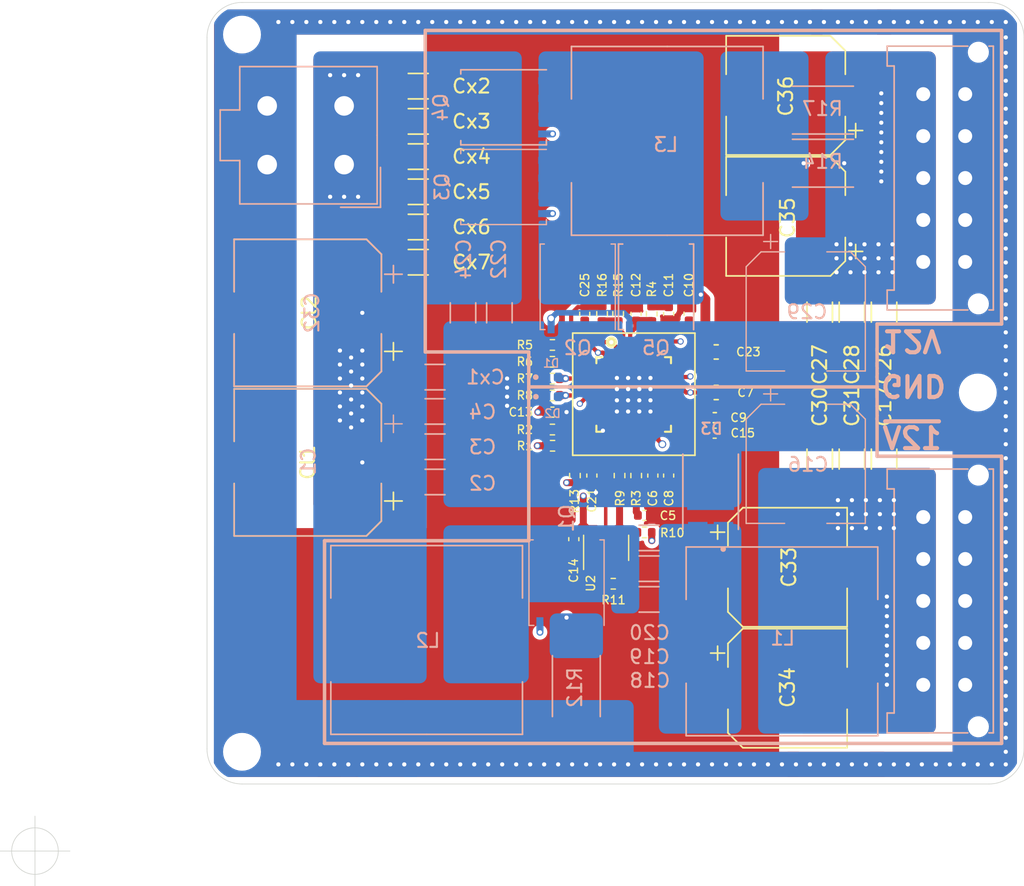
<source format=kicad_pcb>
(kicad_pcb (version 20211014) (generator pcbnew)
  (layers (0 "F.Cu" signal) (1 "In1.Cu" signal) (2 "In2.Cu" mixed) (31 "B.Cu" mixed) (34 "B.Paste" user) (35 "F.Paste" user) (36 "B.SilkS" user "B.Silkscreen") (37 "F.SilkS" user "F.Silkscreen") (38 "B.Mask" user) (39 "F.Mask" user) (44 "Edge.Cuts" user))
  (net 0 "")
  (net 1 "GND")
  (net 2 "VIN")
  (net 3 "Net-(C5-Pad2)")
  (net 4 "Net-(C6-Pad2)")
  (net 5 "Net-(C8-Pad2)")
  (net 6 "Net-(C9-Pad2)")
  (net 7 "Net-(C10-Pad1)")
  (net 8 "Net-(C11-Pad1)")
  (net 9 "Net-(C12-Pad1)")
  (net 10 "INTVcc")
  (net 11 "Net-(C15-Pad2)")
  (net 12 "Vout2(-12V)")
  (net 13 "Net-(C18-Pad2)")
  (net 14 "Net-(C18-Pad1)")
  (net 15 "Net-(C21-Pad2)")
  (net 16 "Net-(C23-Pad2)")
  (net 17 "Net-(C23-Pad1)")
  (net 18 "Vout1(12V)")
  (net 19 "Net-(C25-Pad1)")
  (net 20 "Net-(D1-Pad2)")
  (net 21 "Net-(D2-Pad2)")
  (net 22 "Net-(Q1-Pad4)")
  (net 23 "Net-(Q1-Pad1)")
  (net 24 "Net-(Q2-Pad4)")
  (net 25 "Net-(Q3-Pad4)")
  (net 26 "RUN")
  (net 27 "Net-(R5-Pad1)")
  (net 28 "Net-(R6-Pad1)")
  (net 29 "Net-(R10-Pad1)")
  (net 30 "Net-(R9-Pad1)")
  (net 31 "Net-(R11-Pad1)")
  (net 32 "Net-(R15-Pad2)")
  (footprint "lib:QFN-32_UH" (layer "F.Cu") (at 142.8 87.34)
    (fp_text reference "U1")
    (fp_text value "LTC3892EUHPBF")
  )
  (footprint "Capacitor_SMD:C_0402_1005Metric" (layer "F.Cu") (at 143.58 95.99 180)
    (fp_text reference "C5")
    (fp_text value "6.8nF")
  )
  (footprint "Capacitor_SMD:C_0402_1005Metric" (layer "F.Cu") (at 144.17 93.14 90)
    (fp_text reference "C6")
    (fp_text value "47pF")
  )
  (footprint "Capacitor_SMD:C_0603_1608Metric" (layer "F.Cu") (at 148.7 87.2)
    (fp_text reference "C7")
    (fp_text value "0.1uF")
  )
  (footprint "Capacitor_SMD:C_0402_1005Metric" (layer "F.Cu") (at 145.3 93.14 90)
    (fp_text reference "C8")
    (fp_text value "0.1uF")
  )
  (footprint "Capacitor_SMD:C_0402_1005Metric" (layer "F.Cu") (at 148.6 89 180)
    (fp_text reference "C9")
    (fp_text value "4.7uF")
  )
  (footprint "Capacitor_SMD:C_0402_1005Metric" (layer "F.Cu") (at 146.76 81.56 90)
    (fp_text reference "C10")
    (fp_text value "0.1uF")
  )
  (footprint "Capacitor_SMD:C_0402_1005Metric" (layer "F.Cu") (at 145.3 81.58 -90)
    (fp_text reference "C11")
    (fp_text value "6.8nF")
  )
  (footprint "Capacitor_SMD:C_0402_1005Metric" (layer "F.Cu") (at 142.97 81.57 90)
    (fp_text reference "C12")
    (fp_text value "47pF")
  )
  (footprint "Capacitor_SMD:C_0402_1005Metric" (layer "F.Cu") (at 136.99 88.603332)
    (fp_text reference "C13")
    (fp_text value "0.1uF")
  )
  (footprint "Capacitor_SMD:C_0402_1005Metric" (layer "F.Cu") (at 138.52 97.69 -90)
    (fp_text reference "C14")
    (fp_text value "10nF")
  )
  (footprint "Capacitor_SMD:C_0402_1005Metric" (layer "F.Cu") (at 148.59 90.11 180)
    (fp_text reference "C15")
    (fp_text value "0.1uF")
  )
  (footprint "Capacitor_SMD:C_1206_3216Metric" (layer "F.Cu") (at 160.699999 91.9625 -90)
    (fp_text reference "C17")
    (fp_text value "10uF")
  )
  (footprint "Capacitor_SMD:C_0402_1005Metric" (layer "F.Cu") (at 139.81 93.14 90)
    (fp_text reference "C21")
    (fp_text value "220pF")
  )
  (footprint "Capacitor_SMD:C_0603_1608Metric" (layer "F.Cu") (at 148.7 84.3)
    (fp_text reference "C23")
    (fp_text value "0.1uF")
  )
  (footprint "Capacitor_SMD:C_0402_1005Metric" (layer "F.Cu") (at 139.3 81.57 90)
    (fp_text reference "C25")
    (fp_text value "220pF")
  )
  (footprint "Capacitor_SMD:C_1206_3216Metric" (layer "F.Cu") (at 160.7 81.4525 90)
    (fp_text reference "C26")
    (fp_text value "10uF")
  )
  (footprint "Capacitor_SMD:C_1206_3216Metric" (layer "F.Cu") (at 156.1 81.4525 90)
    (fp_text reference "C27")
    (fp_text value "10uF")
  )
  (footprint "Capacitor_SMD:C_1206_3216Metric" (layer "F.Cu") (at 158.4 81.4525 90)
    (fp_text reference "C28")
    (fp_text value "10uF")
  )
  (footprint "Resistor_SMD:R_0402_1005Metric" (layer "F.Cu") (at 137 91.01 180)
    (fp_text reference "R1")
    (fp_text value "1M")
  )
  (footprint "Resistor_SMD:R_0402_1005Metric" (layer "F.Cu") (at 136.99 89.85)
    (fp_text reference "R2")
    (fp_text value "237K")
  )
  (footprint "Resistor_SMD:R_0402_1005Metric" (layer "F.Cu") (at 142.98 93.14 90)
    (fp_text reference "R3")
    (fp_text value "10K")
  )
  (footprint "Resistor_SMD:R_0402_1005Metric" (layer "F.Cu") (at 144.09 81.57 90)
    (fp_text reference "R4")
    (fp_text value "10K")
  )
  (footprint "Resistor_SMD:R_0402_1005Metric" (layer "F.Cu") (at 136.99 83.8 180)
    (fp_text reference "R5")
    (fp_text value "31.6K")
  )
  (footprint "Resistor_SMD:R_0402_1005Metric" (layer "F.Cu") (at 136.99 85.003333 180)
    (fp_text reference "R6")
    (fp_text value "100K")
  )
  (footprint "Resistor_SMD:R_0402_1005Metric" (layer "F.Cu") (at 136.99 86.206666)
    (fp_text reference "R7")
    (fp_text value "10K")
  )
  (footprint "Resistor_SMD:R_0402_1005Metric" (layer "F.Cu") (at 136.99 87.409999)
    (fp_text reference "R8")
    (fp_text value "20K")
  )
  (footprint "Resistor_SMD:R_0402_1005Metric" (layer "F.Cu") (at 141.79 93.14 -90)
    (fp_text reference "R9")
    (fp_text value "5.11K")
  )
  (footprint "Resistor_SMD:R_0402_1005Metric" (layer "F.Cu") (at 143.58 97.21)
    (fp_text reference "R10")
    (fp_text value "76.8K")
  )
  (footprint "Resistor_SMD:R_0402_1005Metric" (layer "F.Cu") (at 141.34 100.879999 180)
    (fp_text reference "R11")
    (fp_text value "4.75K")
  )
  (footprint "Resistor_SMD:R_0402_1005Metric" (layer "F.Cu") (at 138.6 93.14 90)
    (fp_text reference "R13")
    (fp_text value "150R")
  )
  (footprint "Resistor_SMD:R_0402_1005Metric" (layer "F.Cu") (at 141.69 81.57 -90)
    (fp_text reference "R15")
    (fp_text value "7.15K")
  )
  (footprint "Resistor_SMD:R_0402_1005Metric" (layer "F.Cu") (at 140.54 81.57 90)
    (fp_text reference "R16")
    (fp_text value "100K")
  )
  (footprint "Package_TO_SOT_SMD:SOT-23-5" (layer "F.Cu") (at 140.83 98.309999 90)
    (fp_text reference "U2")
    (fp_text value "LT1797")
  )
  (footprint "Capacitor_SMD:C_1206_3216Metric" (layer "F.Cu") (at 156.1 91.9625 -90)
    (fp_text reference "C30")
    (fp_text value "10uF")
  )
  (footprint "Capacitor_SMD:C_1206_3216Metric" (layer "F.Cu") (at 158.4 91.9625 -90)
    (fp_text reference "C31")
    (fp_text value "10uF")
  )
  (footprint "Capacitor_SMD:C_1206_3216Metric" (layer "F.Cu") (at 127.4 65.288888 180)
    (fp_text reference "Cx2")
    (fp_text value "2.2uF")
  )
  (footprint "MountingHole:MountingHole_2.2mm_M2" (layer "F.Cu") (at 114.8 112.9)
    (fp_text reference "H1" hide)
    (fp_text value "MountingHole")
  )
  (footprint "MountingHole:MountingHole_2.2mm_M2" (layer "F.Cu") (at 114.8 61.6)
    (fp_text reference "H2" hide)
    (fp_text value "MountingHole")
  )
  (footprint "MountingHole:MountingHole_2.2mm_M2" (layer "F.Cu") (at 167.4 87.2)
    (fp_text reference "H3" hide)
    (fp_text value "MountingHole")
  )
  (footprint "Capacitor_SMD:CP_Elec_10x10" (layer "F.Cu") (at 119.5 92.2 180)
    (fp_text reference "Cl1")
    (fp_text value "100uF")
  )
  (footprint "Capacitor_SMD:CP_Elec_10x10" (layer "F.Cu") (at 119.5 81.5 180)
    (fp_text reference "Cl2")
    (fp_text value "100uF")
  )
  (footprint "Capacitor_SMD:C_1206_3216Metric" (layer "F.Cu") (at 127.4 67.807332 180)
    (fp_text reference "Cx3")
    (fp_text value "2.2uF")
  )
  (footprint "Capacitor_SMD:C_1206_3216Metric" (layer "F.Cu") (at 127.4 70.325776 180)
    (fp_text reference "Cx4")
    (fp_text value "4.7uF")
  )
  (footprint "Capacitor_SMD:C_1206_3216Metric" (layer "F.Cu") (at 127.4 72.84422 180)
    (fp_text reference "Cx5")
    (fp_text value "4.7uF")
  )
  (footprint "Capacitor_SMD:C_1206_3216Metric" (layer "F.Cu") (at 127.4 75.362664 180)
    (fp_text reference "Cx6")
    (fp_text value "10uF")
  )
  (footprint "Capacitor_SMD:C_1206_3216Metric" (layer "F.Cu") (at 127.4 77.88111 180)
    (fp_text reference "Cx7")
    (fp_text value "10uF")
  )
  (footprint "Capacitor_SMD:CP_Elec_8x10" (layer "F.Cu") (at 153.8 99.7)
    (fp_text reference "C33")
    (fp_text value "OPT")
  )
  (footprint "Capacitor_SMD:CP_Elec_8x10" (layer "F.Cu") (at 153.8 108.35)
    (fp_text reference "C34")
    (fp_text value "OPT")
  )
  (footprint "Capacitor_SMD:CP_Elec_8x10" (layer "F.Cu") (at 153.67 74.6 180)
    (fp_text reference "C35")
    (fp_text value "OPT")
  )
  (footprint "Capacitor_SMD:CP_Elec_8x10" (layer "F.Cu") (at 153.669999 65.95 180)
    (fp_text reference "C36")
    (fp_text value "OPT")
  )
  (footprint "Capacitor_SMD:CP_Elec_10x10" (layer "B.Cu") (at 119.5 92.2 180)
    (fp_text reference "C1")
    (fp_text value "47uF")
  )
  (footprint "Capacitor_SMD:C_1206_3216Metric" (layer "B.Cu") (at 128.6 93.6)
    (fp_text reference "C2")
    (fp_text value "2.2uF")
  )
  (footprint "Capacitor_SMD:C_1206_3216Metric" (layer "B.Cu") (at 128.6 91.077778)
    (fp_text reference "C3")
    (fp_text value "2.2uF")
  )
  (footprint "Capacitor_SMD:C_1206_3216Metric" (layer "B.Cu") (at 128.6 88.555556)
    (fp_text reference "C4")
    (fp_text value "2.2uF")
  )
  (footprint "Capacitor_SMD:CP_Elec_8x10" (layer "B.Cu") (at 155.1 92.3 -90)
    (fp_text reference "C16")
    (fp_text value "150uF")
  )
  (footprint "Capacitor_SMD:C_1206_3216Metric" (layer "B.Cu") (at 143.9 97.6 180)
    (fp_text reference "C18")
    (fp_text value "10uF")
  )
  (footprint "Capacitor_SMD:C_1206_3216Metric" (layer "B.Cu") (at 143.9 102 180)
    (fp_text reference "C19")
    (fp_text value "10uF")
  )
  (footprint "Capacitor_SMD:C_1206_3216Metric" (layer "B.Cu") (at 143.9 99.8 180)
    (fp_text reference "C20")
    (fp_text value "10uF")
  )
  (footprint "Capacitor_SMD:C_1206_3216Metric" (layer "B.Cu") (at 133.2 81.5 -90)
    (fp_text reference "C22")
    (fp_text value "10uF")
  )
  (footprint "Capacitor_SMD:C_1206_3216Metric" (layer "B.Cu") (at 130.6 81.5 -90)
    (fp_text reference "C24")
    (fp_text value "10uF")
  )
  (footprint "LED_SMD:LED_0402_1005Metric" (layer "B.Cu") (at 136.9 86.1)
    (fp_text reference "D1")
    (fp_text value "LED")
  )
  (footprint "LED_SMD:LED_0402_1005Metric" (layer "B.Cu") (at 136.9 87.5)
    (fp_text reference "D2")
    (fp_text value "LED")
  )
  (footprint "lib:DIO_PDS360-13" (layer "B.Cu") (at 148.3 94.3 180)
    (fp_text reference "D3")
    (fp_text value "SBR8U60P5-13")
  )
  (footprint "Inductor_SMD:L_Wuerth_HCM-1350" (layer "B.Cu") (at 153.4 105 180)
    (fp_text reference "L1")
    (fp_text value "6.8uH")
  )
  (footprint "Inductor_SMD:L_Wuerth_HCM-1350" (layer "B.Cu") (at 128 104.9)
    (fp_text reference "L2")
    (fp_text value "6.8uH")
  )
  (footprint "Inductor_SMD:L_Wuerth_HCM-1350" (layer "B.Cu") (at 145.2 69.2)
    (fp_text reference "L3")
    (fp_text value "6.8uH")
  )
  (footprint "Package_TO_SOT_SMD:TDSON-8-1" (layer "B.Cu") (at 138 100.8 90)
    (fp_text reference "Q1")
    (fp_text value "BSC026N08NS5")
  )
  (footprint "Package_TO_SOT_SMD:TDSON-8-1" (layer "B.Cu") (at 138.8 79.64 90)
    (fp_text reference "Q2")
    (fp_text value "BSC026N08NS5")
  )
  (footprint "Package_TO_SOT_SMD:TDSON-8-1" (layer "B.Cu") (at 133.5 72.5 180)
    (fp_text reference "Q3")
    (fp_text value "BSC117N08NS5")
  )
  (footprint "Resistor_SMD:R_2512_6332Metric" (layer "B.Cu") (at 138.7 108.2 -90)
    (fp_text reference "R12")
    (fp_text value "5m")
  )
  (footprint "Resistor_SMD:R_2512_6332Metric" (layer "B.Cu") (at 156.33 70.8 180)
    (fp_text reference "R14")
    (fp_text value "8m")
  )
  (footprint "Capacitor_SMD:CP_Elec_8x10" (layer "B.Cu") (at 155.1 81.4 -90)
    (fp_text reference "C29")
    (fp_text value "150uF")
  )
  (footprint "Capacitor_SMD:CP_Elec_10x10" (layer "B.Cu") (at 119.5 81.5 180)
    (fp_text reference "C32")
    (fp_text value "47uF")
  )
  (footprint "Package_TO_SOT_SMD:TDSON-8-1" (layer "B.Cu") (at 133.5 66.8 180)
    (fp_text reference "Q4")
    (fp_text value "BSC117N08NS5")
  )
  (footprint "Package_TO_SOT_SMD:TDSON-8-1" (layer "B.Cu") (at 144.4 79.64 90)
    (fp_text reference "Q5")
    (fp_text value "BSC026N08NS5")
  )
  (footprint "Resistor_SMD:R_2512_6332Metric" (layer "B.Cu") (at 156.33 67 180)
    (fp_text reference "R17")
    (fp_text value "8m")
  )
  (footprint "Connector_Molex:Molex_Micro-Fit_3.0_43045-1012_2x05_P3.00mm_Vertical" (layer "B.Cu") (at 163.5 65.86 -90)
    (fp_text reference "J1" hide)
    (fp_text value "Conn_02x05_Top_Bottom")
  )
  (footprint "Connector_Molex:Molex_Micro-Fit_3.0_43045-1012_2x05_P3.00mm_Vertical" (layer "B.Cu") (at 163.5 96.11 -90)
    (fp_text reference "J2" hide)
    (fp_text value "Conn_02x05_Top_Bottom")
  )
  (footprint "Connector_Molex:Molex_Mini-Fit_Jr_5566-04A_2x02_P4.20mm_Vertical" (layer "B.Cu") (at 122.1 70.9 90)
    (fp_text reference "J3" hide)
    (fp_text value "Conn_01x02")
  )
  (footprint "Capacitor_SMD:C_1206_3216Metric" (layer "B.Cu") (at 128.6 86.1 180)
    (fp_text reference "Cx1")
    (fp_text value "4.7uF")
  )
  (gr_line (start 135.3 97.8) (end 135.3 86.8) (layer "B.SilkS") (width 0.25))
  (gr_line (start 160.2 91.76) (end 160.2 86.8) (layer "B.SilkS") (width 0.25))
  (gr_line (start 160.2 91.76) (end 169.1 91.76) (layer "B.SilkS") (width 0.25))
  (gr_circle (center 135.81 87.5) (end 135.91 87.6) (layer "B.SilkS") (width 0.12) (fill none))
  (gr_line (start 169.1 91.76) (end 169.1 112.3) (layer "B.SilkS") (width 0.25))
  (gr_line (start 160.2 82.3) (end 169.1 82.3) (layer "B.SilkS") (width 0.25))
  (gr_line (start 169.1 112.3) (end 120.7 112.3) (layer "B.SilkS") (width 0.25))
  (gr_line (start 135.3 86.8) (end 160.2 86.8) (layer "B.SilkS") (width 0.25))
  (gr_line (start 120.7 97.8) (end 135.3 97.8) (layer "B.SilkS") (width 0.25))
  (gr_line (start 127.9 84.3) (end 135.3 84.3) (layer "B.SilkS") (width 0.25))
  (gr_line (start 160.2 86.8) (end 160.2 82.3) (layer "B.SilkS") (width 0.25))
  (gr_line (start 127.9 61.3) (end 127.9 84.3) (layer "B.SilkS") (width 0.25))
  (gr_line (start 169.1 61.3) (end 127.9 61.3) (layer "B.SilkS") (width 0.25))
  (gr_line (start 135.3 84.3) (end 135.3 86.8) (layer "B.SilkS") (width 0.25))
  (gr_line (start 169.1 82.3) (end 169.1 61.3) (layer "B.SilkS") (width 0.25))
  (gr_line (start 120.7 112.3) (end 120.7 97.8) (layer "B.SilkS") (width 0.25))
  (gr_circle (center 135.8 86.1) (end 135.9 86.2) (layer "B.SilkS") (width 0.12) (fill none))
  (gr_line (start 147.18 91.69) (end 147.18 82.95) (layer "F.SilkS") (width 0.12))
  (gr_line (start 147.18 91.69) (end 138.44 91.69) (layer "F.SilkS") (width 0.12))
  (gr_line (start 138.44 82.95) (end 138.44 91.69) (layer "F.SilkS") (width 0.12))
  (gr_line (start 138.44 82.95) (end 147.18 82.95) (layer "F.SilkS") (width 0.12))
  (gr_circle (center 141.2 83.6) (end 141.4 83.6) (layer "F.SilkS") (width 0.4) (fill none))
  (gr_line (start 112.3 112.7) (end 112.3 61.8) (layer "Edge.Cuts") (width 0.05))
  (gr_arc (start 112.3 61.8) (mid 113.032233 60.032233) (end 114.8 59.3) (layer "Edge.Cuts") (width 0.05))
  (gr_arc (start 168.2 59.3) (mid 169.967767 60.032233) (end 170.7 61.8) (layer "Edge.Cuts") (width 0.05))
  (gr_arc (start 170.7 112.7) (mid 169.967767 114.467767) (end 168.2 115.2) (layer "Edge.Cuts") (width 0.05))
  (gr_arc (start 114.8 115.2) (mid 113.032233 114.467767) (end 112.3 112.7) (layer "Edge.Cuts") (width 0.05))
  (gr_line (start 114.8 59.3) (end 168.2 59.3) (layer "Edge.Cuts") (width 0.05))
  (gr_line (start 168.2 115.2) (end 114.8 115.2) (layer "Edge.Cuts") (width 0.05))
  (gr_line (start 170.7 61.8) (end 170.7 112.7) (layer "Edge.Cuts") (width 0.05))
  (gr_text "12V" (at 162.7 83.5 180) (layer "B.SilkS") (effects (font (size 1.5 1.5) (thickness 0.3)) (justify mirror)))
  (gr_text "~{12V}" (at 162.699999 90.5) (layer "B.SilkS") (effects (font (size 1.5 1.5) (thickness 0.3)) (justify mirror)))
  (gr_text "GND\n" (at 162.8 86.7 180) (layer "B.SilkS") (effects (font (size 1.5 1.5) (thickness 0.3)) (justify mirror)))
  (target plus (at 100 120) (size 5) (width 0.05) (layer "Edge.Cuts"))
  (segment (start 143.919411 86.349411) (end 144.66 87.09) (width 0.3) (layer "F.Cu") (net 1))
  (segment (start 143.919411 87.830589) (end 144.66 87.09) (width 0.3) (layer "F.Cu") (net 1))
  (segment (start 143.04 89.2) (end 142.651091 88.811091) (width 0.3) (layer "F.Cu") (net 1))
  (segment (start 143.458909 88.821091) (end 143.07 89.21) (width 0.3) (layer "F.Cu") (net 1))
  (segment (start 143.15 88.82) (end 143.538909 89.208909) (width 0.3) (layer "F.Cu") (net 1))
  (segment (start 143.54 89.21) (end 143.928909 88.821091) (width 0.3) (layer "F.Cu") (net 1))
  (segment (start 143.58 89.09) (end 143.03 89.09) (width 0.3) (layer "F.Cu") (net 1))
  (segment (start 140.1 94.35) (end 140.1 93.91) (width 0.5) (layer "F.Cu") (net 1))
  (segment (start 143.05 89.7924) (end 143.05 88.71) (width 0.3) (layer "F.Cu") (net 1))
  (segment (start 140.6 89.93) (end 140.9124 89.93) (width 0.5) (layer "F.Cu") (net 1))
  (segment (start 140.1 93.91) (end 139.81 93.62) (width 0.5) (layer "F.Cu") (net 1))
  (segment (start 145.3 82.06) (end 145.58 82.06) (width 0.3) (layer "F.Cu") (net 1))
  (segment (start 146.56 81.08) (end 146.76 81.08) (width 0.3) (layer "F.Cu") (net 1))
  (segment (start 137.473332 88.6) (end 138 88.6) (width 0.5) (layer "F.Cu") (net 1))
  (segment (start 143.55 89.7924) (end 143.55 88.09) (width 0.3) (layer "F.Cu") (net 1))
  (segment (start 143.05 87.09) (end 142.8 87.34) (width 0.3) (layer "F.Cu") (net 1))
  (segment (start 141.05 89.93) (end 141.05 89.7924) (width 0.3) (layer "F.Cu") (net 1))
  (segment (start 145.35 89.09) (end 145.2524 89.09) (width 0.3) (layer "F.Cu") (net 1))
  (segment (start 143.05 88.71) (end 143.2 88.56) (width 0.3) (layer "F.Cu") (net 1))
  (segment (start 140.9124 89.93) (end 140.95048 89.89192) (width 0.5) (layer "F.Cu") (net 1))
  (segment (start 137.473332 88.6) (end 137.47 88.603332) (width 0.3) (layer "F.Cu") (net 1))
  (segment (start 145.2524 87.09) (end 143.05 87.09) (width 0.3) (layer "F.Cu") (net 1))
  (segment (start 143.55 88.09) (end 142.8 87.34) (width 0.3) (layer "F.Cu") (net 1))
  (segment (start 145.58 82.06) (end 146.56 81.08) (width 0.3) (layer "F.Cu") (net 1))
  (via (at 142.4 86.16) (size 0.5) (drill 0.3) (layers "F.Cu" "B.Cu") (net 1))
  (via (at 143.2 86.16) (size 0.5) (drill 0.3) (layers "F.Cu" "B.Cu") (net 1))
  (via (at 144 86.16) (size 0.5) (drill 0.3) (layers "F.Cu" "B.Cu") (net 1))
  (via (at 141.6 86.96) (size 0.5) (drill 0.3) (layers "F.Cu" "B.Cu") (net 1))
  (via (at 142.4 86.96) (size 0.5) (drill 0.3) (layers "F.Cu" "B.Cu") (net 1))
  (via (at 143.2 86.96) (size 0.5) (drill 0.3) (layers "F.Cu" "B.Cu") (net 1))
  (via (at 144 86.96) (size 0.5) (drill 0.3) (layers "F.Cu" "B.Cu") (net 1))
  (via (at 141.6 87.76) (size 0.5) (drill 0.3) (layers "F.Cu" "B.Cu") (net 1))
  (via (at 142.4 87.76) (size 0.5) (drill 0.3) (layers "F.Cu" "B.Cu") (net 1))
  (via (at 143.2 87.76) (size 0.5) (drill 0.3) (layers "F.Cu" "B.Cu") (net 1))
  (via (at 144 87.76) (size 0.5) (drill 0.3) (layers "F.Cu" "B.Cu") (net 1))
  (via (at 141.6 88.56) (size 0.5) (drill 0.3) (layers "F.Cu" "B.Cu") (net 1))
  (via (at 142.4 88.56) (size 0.5) (drill 0.3) (layers "F.Cu" "B.Cu") (net 1))
  (via (at 143.2 88.56) (size 0.5) (drill 0.3) (layers "F.Cu" "B.Cu") (net 1))
  (via (at 144 88.56) (size 0.5) (drill 0.3) (layers "F.Cu" "B.Cu") (net 1))
  (via (at 169.4 61.8) (size 0.45) (drill 0.3) (layers "F.Cu" "B.Cu") (net 1))
  (via (at 167.4 60.7) (size 0.45) (drill 0.3) (layers "F.Cu" "B.Cu") (net 1))
  (via (at 169.4 60.7) (size 0.45) (drill 0.3) (layers "F.Cu" "B.Cu") (net 1))
  (via (at 168.4 60.7) (size 0.45) (drill 0.3) (layers "F.Cu" "B.Cu") (net 1))
  (via (at 165.4 60.7) (size 0.45) (drill 0.3) (layers "F.Cu" "B.Cu") (net 1))
  (via (at 166.4 60.7) (size 0.45) (drill 0.3) (layers "F.Cu" "B.Cu") (net 1))
  (via (at 165.4 113.8) (size 0.45) (drill 0.3) (layers "F.Cu" "B.Cu") (net 1))
  (via (at 166.4 113.8) (size 0.45) (drill 0.3) (layers "F.Cu" "B.Cu") (net 1))
  (via (at 169.4 113.8) (size 0.45) (drill 0.3) (layers "F.Cu" "B.Cu") (net 1))
  (via (at 167.4 113.8) (size 0.45) (drill 0.3) (layers "F.Cu" "B.Cu") (net 1))
  (via (at 168.4 113.8) (size 0.45) (drill 0.3) (layers "F.Cu" "B.Cu") (net 1))
  (via (at 117.4 60.7) (size 0.45) (drill 0.3) (layers "F.Cu" "B.Cu") (net 1))
  (via (at 118.4 60.7) (size 0.45) (drill 0.3) (layers "F.Cu" "B.Cu") (net 1))
  (via (at 119.4 60.7) (size 0.45) (drill 0.3) (layers "F.Cu" "B.Cu") (net 1))
  (via (at 120.4 60.7) (size 0.45) (drill 0.3) (layers "F.Cu" "B.Cu") (net 1))
  (via (at 121.4 60.7) (size 0.45) (drill 0.3) (layers "F.Cu" "B.Cu") (net 1))
  (via (at 122.4 60.7) (size 0.45) (drill 0.3) (layers "F.Cu" "B.Cu") (net 1))
  (via (at 123.4 60.7) (size 0.45) (drill 0.3) (layers "F.Cu" "B.Cu") (net 1))
  (via (at 124.4 60.7) (size 0.45) (drill 0.3) (layers "F.Cu" "B.Cu") (net 1))
  (via (at 125.4 60.7) (size 0.45) (drill 0.3) (layers "F.Cu" "B.Cu") (net 1))
  (via (at 126.4 60.7) (size 0.45) (drill 0.3) (layers "F.Cu" "B.Cu") (net 1))
  (via (at 127.4 60.7) (size 0.45) (drill 0.3) (layers "F.Cu" "B.Cu") (net 1))
  (via (at 128.4 60.7) (size 0.45) (drill 0.3) (layers "F.Cu" "B.Cu") (net 1))
  (via (at 129.4 60.7) (size 0.45) (drill 0.3) (layers "F.Cu" "B.Cu") (net 1))
  (via (at 130.4 60.7) (size 0.45) (drill 0.3) (layers "F.Cu" "B.Cu") (net 1))
  (via (at 131.4 60.7) (size 0.45) (drill 0.3) (layers "F.Cu" "B.Cu") (net 1))
  (via (at 132.4 60.7) (size 0.45) (drill 0.3) (layers "F.Cu" "B.Cu") (net 1))
  (via (at 133.4 60.7) (size 0.45) (drill 0.3) (layers "F.Cu" "B.Cu") (net 1))
  (via (at 134.4 60.7) (size 0.45) (drill 0.3) (layers "F.Cu" "B.Cu") (net 1))
  (via (at 135.4 60.7) (size 0.45) (drill 0.3) (layers "F.Cu" "B.Cu") (net 1))
  (via (at 136.4 60.7) (size 0.45) (drill 0.3) (layers "F.Cu" "B.Cu") (net 1))
  (via (at 137.4 60.7) (size 0.45) (drill 0.3) (layers "F.Cu" "B.Cu") (net 1))
  (via (at 138.4 60.7) (size 0.45) (drill 0.3) (layers "F.Cu" "B.Cu") (net 1))
  (via (at 139.4 60.7) (size 0.45) (drill 0.3) (layers "F.Cu" "B.Cu") (net 1))
  (via (at 140.4 60.7) (size 0.45) (drill 0.3) (layers "F.Cu" "B.Cu") (net 1))
  (via (at 141.4 60.7) (size 0.45) (drill 0.3) (layers "F.Cu" "B.Cu") (net 1))
  (via (at 142.4 60.7) (size 0.45) (drill 0.3) (layers "F.Cu" "B.Cu") (net 1))
  (via (at 143.4 60.7) (size 0.45) (drill 0.3) (layers "F.Cu" "B.Cu") (net 1))
  (via (at 144.4 60.7) (size 0.45) (drill 0.3) (layers "F.Cu" "B.Cu") (net 1))
  (via (at 145.4 60.7) (size 0.45) (drill 0.3) (layers "F.Cu" "B.Cu") (net 1))
  (via (at 146.4 60.7) (size 0.45) (drill 0.3) (layers "F.Cu" "B.Cu") (net 1))
  (via (at 147.4 60.7) (size 0.45) (drill 0.3) (layers "F.Cu" "B.Cu") (net 1))
  (via (at 148.4 60.7) (size 0.45) (drill 0.3) (layers "F.Cu" "B.Cu") (net 1))
  (via (at 149.4 60.7) (size 0.45) (drill 0.3) (layers "F.Cu" "B.Cu") (net 1))
  (via (at 150.4 60.7) (size 0.45) (drill 0.3) (layers "F.Cu" "B.Cu") (net 1))
  (via (at 151.4 60.7) (size 0.45) (drill 0.3) (layers "F.Cu" "B.Cu") (net 1))
  (via (at 152.4 60.7) (size 0.45) (drill 0.3) (layers "F.Cu" "B.Cu") (net 1))
  (via (at 153.4 60.7) (size 0.45) (drill 0.3) (layers "F.Cu" "B.Cu") (net 1))
  (via (at 154.4 60.7) (size 0.45) (drill 0.3) (layers "F.Cu" "B.Cu") (net 1))
  (via (at 155.4 60.7) (size 0.45) (drill 0.3) (layers "F.Cu" "B.Cu") (net 1))
  (via (at 156.4 60.7) (size 0.45) (drill 0.3) (layers "F.Cu" "B.Cu") (net 1))
  (via (at 157.4 60.7) (size 0.45) (drill 0.3) (layers "F.Cu" "B.Cu") (net 1))
  (via (at 158.4 60.7) (size 0.45) (drill 0.3) (layers "F.Cu" "B.Cu") (net 1))
  (via (at 159.4 60.7) (size 0.45) (drill 0.3) (layers "F.Cu" "B.Cu") (net 1))
  (via (at 160.4 60.7) (size 0.45) (drill 0.3) (layers "F.Cu" "B.Cu") (net 1))
  (via (at 161.4 60.7) (size 0.45) (drill 0.3) (layers "F.Cu" "B.Cu") (net 1))
  (via (at 162.4 60.7) (size 0.45) (drill 0.3) (layers "F.Cu" "B.Cu") (net 1))
  (via (at 163.4 60.7) (size 0.45) (drill 0.3) (layers "F.Cu" "B.Cu") (net 1))
  (via (at 164.4 60.7) (size 0.45) (drill 0.3) (layers "F.Cu" "B.Cu") (net 1))
  (via (at 142.4 113.8) (size 0.45) (drill 0.3) (layers "F.Cu" "B.Cu") (net 1))
  (via (at 128.4 113.8) (size 0.45) (drill 0.3) (layers "F.Cu" "B.Cu") (net 1))
  (via (at 144.4 113.8) (size 0.45) (drill 0.3) (layers "F.Cu" "B.Cu") (net 1))
  (via (at 136.4 113.8) (size 0.45) (drill 0.3) (layers "F.Cu" "B.Cu") (net 1))
  (via (at 134.4 113.8) (size 0.45) (drill 0.3) (layers "F.Cu" "B.Cu") (net 1))
  (via (at 152.4 113.8) (size 0.45) (drill 0.3) (layers "F.Cu" "B.Cu") (net 1))
  (via (at 119.4 113.8) (size 0.45) (drill 0.3) (layers "F.Cu" "B.Cu") (net 1))
  (via (at 129.4 113.8) (size 0.45) (drill 0.3) (layers "F.Cu" "B.Cu") (net 1))
  (via (at 124.4 113.8) (size 0.45) (drill 0.3) (layers "F.Cu" "B.Cu") (net 1))
  (via (at 123.4 113.8) (size 0.45) (drill 0.3) (layers "F.Cu" "B.Cu") (net 1))
  (via (at 118.4 113.8) (size 0.45) (drill 0.3) (layers "F.Cu" "B.Cu") (net 1))
  (via (at 125.4 113.8) (size 0.45) (drill 0.3) (layers "F.Cu" "B.Cu") (net 1))
  (via (at 117.4 113.8) (size 0.45) (drill 0.3) (layers "F.Cu" "B.Cu") (net 1))
  (via (at 137.4 113.8) (size 0.45) (drill 0.3) (layers "F.Cu" "B.Cu") (net 1))
  (via (at 138.4 113.8) (size 0.45) (drill 0.3) (layers "F.Cu" "B.Cu") (net 1))
  (via (at 121.4 113.8) (size 0.45) (drill 0.3) (layers "F.Cu" "B.Cu") (net 1))
  (via (at 141.4 113.8) (size 0.45) (drill 0.3) (layers "F.Cu" "B.Cu") (net 1))
  (via (at 143.4 113.8) (size 0.45) (drill 0.3) (layers "F.Cu" "B.Cu") (net 1))
  (via (at 146.4 113.8) (size 0.45) (drill 0.3) (layers "F.Cu" "B.Cu") (net 1))
  (via (at 149.4 113.8) (size 0.45) (drill 0.3) (layers "F.Cu" "B.Cu") (net 1))
  (via (at 120.4 113.8) (size 0.45) (drill 0.3) (layers "F.Cu" "B.Cu") (net 1))
  (via (at 150.4 113.8) (size 0.45) (drill 0.3) (layers "F.Cu" "B.Cu") (net 1))
  (via (at 151.4 113.8) (size 0.45) (drill 0.3) (layers "F.Cu" "B.Cu") (net 1))
  (via (at 154.4 113.8) (size 0.45) (drill 0.3) (layers "F.Cu" "B.Cu") (net 1))
  (via (at 155.4 113.8) (size 0.45) (drill 0.3) (layers "F.Cu" "B.Cu") (net 1))
  (via (at 147.4 113.8) (size 0.45) (drill 0.3) (layers "F.Cu" "B.Cu") (net 1))
  (via (at 158.4 113.8) (size 0.45) (drill 0.3) (layers "F.Cu" "B.Cu") (net 1))
  (via (at 139.4 113.8) (size 0.45) (drill 0.3) (layers "F.Cu" "B.Cu") (net 1))
  (via (at 159.4 113.8) (size 0.45) (drill 0.3) (layers "F.Cu" "B.Cu") (net 1))
  (via (at 132.4 113.8) (size 0.45) (drill 0.3) (layers "F.Cu" "B.Cu") (net 1))
  (via (at 160.4 113.8) (size 0.45) (drill 0.3) (layers "F.Cu" "B.Cu") (net 1))
  (via (at 161.4 113.8) (size 0.45) (drill 0.3) (layers "F.Cu" "B.Cu") (net 1))
  (via (at 145.4 113.8) (size 0.45) (drill 0.3) (layers "F.Cu" "B.Cu") (net 1))
  (via (at 133.4 113.8) (size 0.45) (drill 0.3) (layers "F.Cu" "B.Cu") (net 1))
  (via (at 130.4 113.8) (size 0.45) (drill 0.3) (layers "F.Cu" "B.Cu") (net 1))
  (via (at 148.4 113.8) (size 0.45) (drill 0.3) (layers "F.Cu" "B.Cu") (net 1))
  (via (at 153.4 113.8) (size 0.45) (drill 0.3) (layers "F.Cu" "B.Cu") (net 1))
  (via (at 122.4 113.8) (size 0.45) (drill 0.3) (layers "F.Cu" "B.Cu") (net 1))
  (via (at 126.4 113.8) (size 0.45) (drill 0.3) (layers "F.Cu" "B.Cu") (net 1))
  (via (at 156.4 113.8) (size 0.45) (drill 0.3) (layers "F.Cu" "B.Cu") (net 1))
  (via (at 157.4 113.8) (size 0.45) (drill 0.3) (layers "F.Cu" "B.Cu") (net 1))
  (via (at 127.4 113.8) (size 0.45) (drill 0.3) (layers "F.Cu" "B.Cu") (net 1))
  (via (at 135.4 113.8) (size 0.45) (drill 0.3) (layers "F.Cu" "B.Cu") (net 1))
  (via (at 131.4 113.8) (size 0.45) (drill 0.3) (layers "F.Cu" "B.Cu") (net 1))
  (via (at 140.4 113.8) (size 0.45) (drill 0.3) (layers "F.Cu" "B.Cu") (net 1))
  (via (at 163.4 113.8) (size 0.45) (drill 0.3) (layers "F.Cu" "B.Cu") (net 1))
  (via (at 164.4 113.8) (size 0.45) (drill 0.3) (layers "F.Cu" "B.Cu") (net 1))
  (via (at 162.4 113.8) (size 0.45) (drill 0.3) (layers "F.Cu" "B.Cu") (net 1))
  (via (at 169.4 83.9) (size 0.45) (drill 0.3) (layers "F.Cu" "B.Cu") (net 1))
  (via (at 169.4 72.9) (size 0.45) (drill 0.3) (layers "F.Cu" "B.Cu") (net 1))
  (via (at 169.4 101.9) (size 0.45) (drill 0.3) (layers "F.Cu" "B.Cu") (net 1))
  (via (at 169.4 96.9) (size 0.45) (drill 0.3) (layers "F.Cu" "B.Cu") (net 1))
  (via (at 169.4 86.9) (size 0.45) (drill 0.3) (layers "F.Cu" "B.Cu") (net 1))
  (via (at 169.4 100.9) (size 0.45) (drill 0.3) (layers "F.Cu" "B.Cu") (net 1))
  (via (at 169.4 69.9) (size 0.45) (drill 0.3) (layers "F.Cu" "B.Cu") (net 1))
  (via (at 169.4 91.9) (size 0.45) (drill 0.3) (layers "F.Cu" "B.Cu") (net 1))
  (via (at 169.4 105.9) (size 0.45) (drill 0.3) (layers "F.Cu" "B.Cu") (net 1))
  (via (at 169.4 73.9) (size 0.45) (drill 0.3) (layers "F.Cu" "B.Cu") (net 1))
  (via (at 169.400001 107.9) (size 0.45) (drill 0.3) (layers "F.Cu" "B.Cu") (net 1))
  (via (at 169.4 95.9) (size 0.45) (drill 0.3) (layers "F.Cu" "B.Cu") (net 1))
  (via (at 169.400001 84.9) (size 0.45) (drill 0.3) (layers "F.Cu" "B.Cu") (net 1))
  (via (at 169.400001 103.9) (size 0.45) (drill 0.3) (layers "F.Cu" "B.Cu") (net 1))
  (via (at 169.4 104.9) (size 0.45) (drill 0.3) (layers "F.Cu" "B.Cu") (net 1))
  (via (at 169.4 74.9) (size 0.45) (drill 0.3) (layers "F.Cu" "B.Cu") (net 1))
  (via (at 169.4 108.9) (size 0.45) (drill 0.3) (layers "F.Cu" "B.Cu") (net 1))
  (via (at 169.4 81.9) (size 0.45) (drill 0.3) (layers "F.Cu" "B.Cu") (net 1))
  (via (at 169.4 68.9) (size 0.45) (drill 0.3) (layers "F.Cu" "B.Cu") (net 1))
  (via (at 169.4 88.9) (size 0.45) (drill 0.3) (layers "F.Cu" "B.Cu") (net 1))
  (via (at 169.400001 75.9) (size 0.45) (drill 0.3) (layers "F.Cu" "B.Cu") (net 1))
  (via (at 169.4 97.9) (size 0.45) (drill 0.3) (layers "F.Cu" "B.Cu") (net 1))
  (via (at 169.4 76.9) (size 0.45) (drill 0.3) (layers "F.Cu" "B.Cu") (net 1))
  (via (at 169.4 90.9) (size 0.45) (drill 0.3) (layers "F.Cu" "B.Cu") (net 1))
  (via (at 169.4 99.9) (size 0.45) (drill 0.3) (layers "F.Cu" "B.Cu") (net 1))
  (via (at 169.4 67.9) (size 0.45) (drill 0.3) (layers "F.Cu" "B.Cu") (net 1))
  (via (at 169.400001 98.9) (size 0.45) (drill 0.3) (layers "F.Cu" "B.Cu") (net 1))
  (via (at 169.4 63.9) (size 0.45) (drill 0.3) (layers "F.Cu" "B.Cu") (net 1))
  (via (at 169.4 106.9) (size 0.45) (drill 0.3) (layers "F.Cu" "B.Cu") (net 1))
  (via (at 169.400001 66.9) (size 0.45) (drill 0.3) (layers "F.Cu" "B.Cu") (net 1))
  (via (at 169.400001 70.9) (size 0.45) (drill 0.3) (layers "F.Cu" "B.Cu") (net 1))
  (via (at 169.400001 93.9) (size 0.45) (drill 0.3) (layers "F.Cu" "B.Cu") (net 1))
  (via (at 169.400001 102.9) (size 0.45) (drill 0.3) (layers "F.Cu" "B.Cu") (net 1))
  (via (at 169.400001 94.9) (size 0.45) (drill 0.3) (layers "F.Cu" "B.Cu") (net 1))
  (via (at 169.4 65.9) (size 0.45) (drill 0.3) (layers "F.Cu" "B.Cu") (net 1))
  (via (at 169.400001 71.9) (size 0.45) (drill 0.3) (layers "F.Cu" "B.Cu") (net 1))
  (via (at 169.4 79.9) (size 0.45) (drill 0.3) (layers "F.Cu" "B.Cu") (net 1))
  (via (at 169.4 85.9) (size 0.45) (drill 0.3) (layers "F.Cu" "B.Cu") (net 1))
  (via (at 169.4 92.9) (size 0.45) (drill 0.3) (layers "F.Cu" "B.Cu") (net 1))
  (via (at 169.400001 80.9) (size 0.45) (drill 0.3) (layers "F.Cu" "B.Cu") (net 1))
  (via (at 169.4 64.9) (size 0.45) (drill 0.3) (layers "F.Cu" "B.Cu") (net 1))
  (via (at 169.4 77.9) (size 0.45) (drill 0.3) (layers "F.Cu" "B.Cu") (net 1))
  (via (at 169.400001 89.9) (size 0.45) (drill 0.3) (layers "F.Cu" "B.Cu") (net 1))
  (via (at 169.400001 112.9) (size 0.45) (drill 0.3) (layers "F.Cu" "B.Cu") (net 1))
  (via (at 169.4 87.9) (size 0.45) (drill 0.3) (layers "F.Cu" "B.Cu") (net 1))
  (via (at 169.4 111.9) (size 0.45) (drill 0.3) (layers "F.Cu" "B.Cu") (net 1))
  (via (at 169.4 78.9) (size 0.45) (drill 0.3) (layers "F.Cu" "B.Cu") (net 1))
  (via (at 169.4 110.9) (size 0.45) (drill 0.3) (layers "F.Cu" "B.Cu") (net 1))
  (via (at 169.400001 62.9) (size 0.45) (drill 0.3) (layers "F.Cu" "B.Cu") (net 1))
  (via (at 169.4 109.9) (size 0.45) (drill 0.3) (layers "F.Cu" "B.Cu") (net 1))
  (via (at 169.4 82.9) (size 0.45) (drill 0.3) (layers "F.Cu" "B.Cu") (net 1))
  (via (at 141.6 86.16) (size 0.5) (drill 0.3) (layers "F.Cu" "B.Cu") (net 1))
  (via (at 133.75 87.5) (size 0.45) (drill 0.3) (layers "F.Cu" "B.Cu") (net 1))
  (via (at 138 88.6) (size 0.45) (drill 0.3) (layers "F.Cu" "B.Cu") (net 1))
  (via (at 140.6 89.93) (size 0.45) (drill 0.3) (layers "F.Cu" "B.Cu") (net 1))
  (via (at 140.1 94.35) (size 0.45) (drill 0.3) (layers "F.Cu" "B.Cu") (net 1))
  (via (at 133.75 86.85) (size 0.45) (drill 0.3) (layers "F.Cu" "B.Cu") (net 1))
  (via (at 133.75 88.15) (size 0.45) (drill 0.3) (layers "F.Cu" "B.Cu") (net 1))
  (via (at 133.75 86.2) (size 0.45) (drill 0.3) (layers "F.Cu" "B.Cu") (net 1))
  (segment (start 135.91003 91.01) (end 135.910016 91.010014) (width 0.5) (layer "F.Cu") (net 2))
  (segment (start 148.12501 87.19999) (end 146.849982 87.19999) (width 0.3) (layer "F.Cu") (net 2))
  (segment (start 136.49 91.01) (end 135.91003 91.01) (width 0.5) (layer "F.Cu") (net 2))
  (segment (start 146.54999 87.19999) (end 146.849982 87.19999) (width 0.3) (layer "F.Cu") (net 2))
  (segment (start 145.2524 86.59) (end 145.94 86.59) (width 0.3) (layer "F.Cu") (net 2))
  (segment (start 145.94 86.59) (end 146.54999 87.19999) (width 0.3) (layer "F.Cu") (net 2))
  (via (at 123.4 84.2) (size 0.45) (drill 0.3) (layers "F.Cu" "B.Cu") (net 2))
  (via (at 123.4 85.2) (size 0.45) (drill 0.3) (layers "F.Cu" "B.Cu") (net 2))
  (via (at 123.4 86.2) (size 0.45) (drill 0.3) (layers "F.Cu" "B.Cu") (net 2))
  (via (at 123.4 87.2) (size 0.45) (drill 0.3) (layers "F.Cu" "B.Cu") (net 2))
  (via (at 123.4 88.2) (size 0.45) (drill 0.3) (layers "F.Cu" "B.Cu") (net 2))
  (via (at 123.4 89.2) (size 0.45) (drill 0.3) (layers "F.Cu" "B.Cu") (net 2))
  (via (at 121.8 86.2) (size 0.45) (drill 0.3) (layers "F.Cu" "B.Cu") (net 2))
  (via (at 121.8 87.2) (size 0.45) (drill 0.3) (layers "F.Cu" "B.Cu") (net 2))
  (via (at 122.6 88.7) (size 0.45) (drill 0.3) (layers "F.Cu" "B.Cu") (net 2))
  (via (at 121.8 89.2) (size 0.45) (drill 0.3) (layers "F.Cu" "B.Cu") (net 2))
  (via (at 121.8 84.2) (size 0.45) (drill 0.3) (layers "F.Cu" "B.Cu") (net 2))
  (via (at 121.8 85.2) (size 0.45) (drill 0.3) (layers "F.Cu" "B.Cu") (net 2))
  (via (at 122.6 89.7) (size 0.45) (drill 0.3) (layers "F.Cu" "B.Cu") (net 2))
  (via (at 122.6 84.7) (size 0.45) (drill 0.3) (layers "F.Cu" "B.Cu") (net 2))
  (via (at 122.6 86.7) (size 0.45) (drill 0.3) (layers "F.Cu" "B.Cu") (net 2))
  (via (at 122.6 87.7) (size 0.45) (drill 0.3) (layers "F.Cu" "B.Cu") (net 2))
  (via (at 122.6 85.7) (size 0.45) (drill 0.3) (layers "F.Cu" "B.Cu") (net 2))
  (via (at 121.8 88.2) (size 0.45) (drill 0.3) (layers "F.Cu" "B.Cu") (net 2))
  (via (at 123.1 73.199999) (size 0.45) (drill 0.3) (layers "F.Cu" "B.Cu") (net 2))
  (via (at 121.1 73.2) (size 0.45) (drill 0.3) (layers "F.Cu" "B.Cu") (net 2))
  (via (at 122.1 73.2) (size 0.45) (drill 0.3) (layers "F.Cu" "B.Cu") (net 2))
  (via (at 121.1 64.5) (size 0.45) (drill 0.3) (layers "F.Cu" "B.Cu") (net 2))
  (via (at 123.1 64.499999) (size 0.45) (drill 0.3) (layers "F.Cu" "B.Cu") (net 2))
  (via (at 122.1 64.5) (size 0.45) (drill 0.3) (layers "F.Cu" "B.Cu") (net 2))
  (via (at 123.4 81.5) (size 0.45) (drill 0.3) (layers "F.Cu" "B.Cu") (net 2))
  (via (at 146.849982 87.19999) (size 0.45) (drill 0.3) (layers "F.Cu" "B.Cu") (net 2))
  (via (at 135.910016 91.010014) (size 0.45) (drill 0.3) (layers "F.Cu" "B.Cu") (net 2))
  (via (at 123.4 92.2) (size 0.45) (drill 0.3) (layers "F.Cu" "B.Cu") (net 2))
  (segment (start 142.99 95.74) (end 142.99 93.66) (width 0.5) (layer "F.Cu") (net 3))
  (segment (start 143.09 95.84) (end 142.99 95.74) (width 0.5) (layer "F.Cu") (net 3))
  (segment (start 142.99 93.66) (end 142.98 93.65) (width 0.5) (layer "F.Cu") (net 3))
  (segment (start 142.55 92.2) (end 142.98 92.63) (width 0.3) (layer "F.Cu") (net 4))
  (segment (start 142.98 92.63) (end 144.14 92.63) (width 0.5) (layer "F.Cu") (net 4))
  (segment (start 142.55 89.7924) (end 142.55 92.2) (width 0.3) (layer "F.Cu") (net 4))
  (segment (start 144.14 92.63) (end 144.17 92.66) (width 0.5) (layer "F.Cu") (net 4))
  (segment (start 145.22 92.66) (end 145.22 92.42) (width 0.3) (layer "F.Cu") (net 5))
  (segment (start 144.05 91.25) (end 144.05 89.7924) (width 0.3) (layer "F.Cu") (net 5))
  (segment (start 145.22 92.42) (end 144.05 91.25) (width 0.3) (layer "F.Cu") (net 5))
  (segment (start 145.99 87.59) (end 147.4 89) (width 0.3) (layer "F.Cu") (net 6))
  (segment (start 147.4 89) (end 148.12 89) (width 0.3) (layer "F.Cu") (net 6))
  (segment (start 145.2524 87.59) (end 145.99 87.59) (width 0.3) (layer "F.Cu") (net 6))
  (segment (start 146.76 82.04) (end 146.76 82.05) (width 0.3) (layer "F.Cu") (net 7))
  (segment (start 143.55 83.52) (end 143.55 84.8876) (width 0.3) (layer "F.Cu") (net 7))
  (segment (start 146.76 82.05) (end 145.86 82.95) (width 0.3) (layer "F.Cu") (net 7))
  (segment (start 144.12 82.95) (end 143.55 83.52) (width 0.3) (layer "F.Cu") (net 7))
  (segment (start 145.86 82.95) (end 144.12 82.95) (width 0.3) (layer "F.Cu") (net 7))
  (segment (start 144.09 81.06) (end 144.1 81.07) (width 0.5) (layer "F.Cu") (net 8))
  (segment (start 145.27 81.07) (end 145.3 81.1) (width 0.5) (layer "F.Cu") (net 8))
  (segment (start 144.1 81.07) (end 145.27 81.07) (width 0.5) (layer "F.Cu") (net 8))
  (segment (start 143.34 82.21) (end 142.97 82.58) (width 0.3) (layer "F.Cu") (net 9))
  (segment (start 142.55 82.97) (end 142.55 84.8876) (width 0.3) (layer "F.Cu") (net 9))
  (segment (start 144.079999 82.05) (end 142.94 82.05) (width 0.5) (layer "F.Cu") (net 9))
  (segment (start 142.92 82.6) (end 142.55 82.97) (width 0.3) (layer "F.Cu") (net 9))
  (segment (start 142.94 82.05) (end 142.92 82.07) (width 0.5) (layer "F.Cu") (net 9))
  (segment (start 142.92 82.07) (end 142.92 82.6) (width 0.3) (layer "F.Cu") (net 9))
  (segment (start 139.88 97.209999) (end 139.759999 97.209999) (width 0.5) (layer "F.Cu") (net 10))
  (segment (start 136.48 87.409999) (end 136.48 88.07) (width 0.5) (layer "F.Cu") (net 10))
  (segment (start 138.64 97.21) (end 139.2 96.65) (width 0.5) (layer "F.Cu") (net 10))
  (segment (start 136.48 85.003333) (end 136.48 88.573332) (width 0.5) (layer "F.Cu") (net 10))
  (segment (start 136.48 88.07) (end 135.95 88.6) (width 0.5) (layer "F.Cu") (net 10))
  (segment (start 138.52 97.21) (end 138.64 97.21) (width 0.5) (layer "F.Cu") (net 10))
  (segment (start 136.51 88.603332) (end 135.953332 88.603332) (width 0.5) (layer "F.Cu") (net 10))
  (segment (start 136.48 88.573332) (end 136.51 88.603332) (width 0.5) (layer "F.Cu") (net 10))
  (segment (start 138.95 88) (end 139.36 87.59) (width 0.3) (layer "F.Cu") (net 10))
  (segment (start 139.36 87.59) (end 140.3476 87.59) (width 0.3) (layer "F.Cu") (net 10))
  (segment (start 135.953332 88.603332) (end 135.95 88.6) (width 0.5) (layer "F.Cu") (net 10))
  (segment (start 138.52 97.21) (end 139.88 97.209999) (width 0.5) (layer "F.Cu") (net 10))
  (segment (start 139.2 96.65) (end 139.2 94.6) (width 0.5) (layer "F.Cu") (net 10))
  (segment (start 139.759999 97.209999) (end 139.2 96.65) (width 0.5) (layer "F.Cu") (net 10))
  (via (at 135.95 88.6) (size 0.45) (drill 0.3) (layers "F.Cu" "B.Cu") (net 10))
  (via (at 138.95 88) (size 0.45) (drill 0.3) (layers "F.Cu" "B.Cu") (net 10))
  (via (at 139.2 94.6) (size 0.45) (drill 0.3) (layers "F.Cu" "B.Cu") (net 10))
  (segment (start 146.14 88.59) (end 147.65 90.1) (width 0.3) (layer "F.Cu") (net 11))
  (segment (start 148.1 90.1) (end 148.11 90.11) (width 0.3) (layer "F.Cu") (net 11))
  (segment (start 147.65 90.1) (end 148.1 90.1) (width 0.3) (layer "F.Cu") (net 11))
  (segment (start 145.2524 88.59) (end 146.14 88.59) (width 0.3) (layer "F.Cu") (net 11))
  (segment (start 144.09 97.21) (end 144.09 97.790003) (width 0.5) (layer "F.Cu") (net 12))
  (segment (start 144.09 97.790003) (end 144.099998 97.800001) (width 0.5) (layer "F.Cu") (net 12))
  (via (at 160.4 96.9) (size 0.45) (drill 0.3) (layers "F.Cu" "B.Cu") (net 12))
  (via (at 157.4 96.9) (size 0.45) (drill 0.3) (layers "F.Cu" "B.Cu") (net 12))
  (via (at 161.4 96.9) (size 0.45) (drill 0.3) (layers "F.Cu" "B.Cu") (net 12))
  (via (at 158.4 96.9) (size 0.45) (drill 0.3) (layers "F.Cu" "B.Cu") (net 12))
  (via (at 159.4 96.9) (size 0.45) (drill 0.3) (layers "F.Cu" "B.Cu") (net 12))
  (via (at 158.4 94.9) (size 0.45) (drill 0.3) (layers "F.Cu" "B.Cu") (net 12))
  (via (at 159.4 95.9) (size 0.45) (drill 0.3) (layers "F.Cu" "B.Cu") (net 12))
  (via (at 158.4 95.9) (size 0.45) (drill 0.3) (layers "F.Cu" "B.Cu") (net 12))
  (via (at 161.4 94.9) (size 0.45) (drill 0.3) (layers "F.Cu" "B.Cu") (net 12))
  (via (at 159.4 94.9) (size 0.45) (drill 0.3) (layers "F.Cu" "B.Cu") (net 12))
  (via (at 157.4 95.9) (size 0.45) (drill 0.3) (layers "F.Cu" "B.Cu") (net 12))
  (via (at 157.4 94.9) (size 0.45) (drill 0.3) (layers "F.Cu" "B.Cu") (net 12))
  (via (at 160.4 95.9) (size 0.45) (drill 0.3) (layers "F.Cu" "B.Cu") (net 12))
  (via (at 161.4 95.9) (size 0.45) (drill 0.3) (layers "F.Cu" "B.Cu") (net 12))
  (via (at 160.4 94.9) (size 0.45) (drill 0.3) (layers "F.Cu" "B.Cu") (net 12))
  (via (at 160.9 105.3) (size 0.45) (drill 0.3) (layers "F.Cu" "B.Cu") (net 12))
  (via (at 160.9 106.7) (size 0.45) (drill 0.3) (layers "F.Cu" "B.Cu") (net 12))
  (via (at 160.9 101.8) (size 0.45) (drill 0.3) (layers "F.Cu" "B.Cu") (net 12))
  (via (at 160.9 108.1) (size 0.45) (drill 0.3) (layers "F.Cu" "B.Cu") (net 12))
  (via (at 160.9 103.2) (size 0.45) (drill 0.3) (layers "F.Cu" "B.Cu") (net 12))
  (via (at 160.9 107.4) (size 0.45) (drill 0.3) (layers "F.Cu" "B.Cu") (net 12))
  (via (at 160.9 106) (size 0.45) (drill 0.3) (layers "F.Cu" "B.Cu") (net 12))
  (via (at 160.9 104.6) (size 0.45) (drill 0.3) (layers "F.Cu" "B.Cu") (net 12))
  (via (at 160.9 103.9) (size 0.45) (drill 0.3) (layers "F.Cu" "B.Cu") (net 12))
  (via (at 160.9 102.5) (size 0.45) (drill 0.3) (layers "F.Cu" "B.Cu") (net 12))
  (via (at 144.099998 97.800001) (size 0.45) (drill 0.3) (layers "F.Cu" "B.Cu") (net 12))
  (segment (start 141.55 91) (end 141.55 89.7924) (width 0.3) (layer "F.Cu") (net 15))
  (segment (start 139.81 92.66) (end 139.89 92.66) (width 0.3) (layer "F.Cu") (net 15))
  (segment (start 139.78 92.63) (end 139.81 92.66) (width 0.5) (layer "F.Cu") (net 15))
  (segment (start 138.6 92.63) (end 139.78 92.63) (width 0.5) (layer "F.Cu") (net 15))
  (segment (start 139.89 92.66) (end 141.55 91) (width 0.3) (layer "F.Cu") (net 15))
  (segment (start 145.71 85.59) (end 145.2524 85.59) (width 0.3) (layer "F.Cu") (net 16))
  (segment (start 148.6 85.4) (end 145.9 85.4) (width 0.3) (layer "F.Cu") (net 16))
  (segment (start 149.475 84.3) (end 149.475 84.525) (width 0.3) (layer "F.Cu") (net 16))
  (segment (start 149.475 84.525) (end 148.6 85.4) (width 0.3) (layer "F.Cu") (net 16))
  (segment (start 145.9 85.4) (end 145.71 85.59) (width 0.3) (layer "F.Cu") (net 16))
  (segment (start 148.075 83.525) (end 147.2 84.4) (width 0.3) (layer "F.Cu") (net 17))
  (segment (start 147.875 83.525) (end 147 84.4) (width 0.3) (layer "F.Cu") (net 17))
  (segment (start 144.55 84.82) (end 144.55 84.8876) (width 0.3) (layer "F.Cu") (net 17))
  (segment (start 144.55 84.8876) (end 144.55 84.8188) (width 0.3) (layer "F.Cu") (net 17))
  (segment (start 144.55 84.8188) (end 144.9688 84.4) (width 0.3) (layer "F.Cu") (net 17))
  (segment (start 147.925 80.525) (end 147.925 84.3) (width 0.7) (layer "F.Cu") (net 17))
  (segment (start 147.6 80.2) (end 147.925 80.525) (width 0.7) (layer "F.Cu") (net 17))
  (segment (start 144.9688 84.4) (end 147.825 84.4) (width 0.3) (layer "F.Cu") (net 17))
  (segment (start 147.825 84.4) (end 147.925 84.3) (width 0.3) (layer "F.Cu") (net 17))
  (via (at 147.6 80.2) (size 0.45) (drill 0.3) (layers "F.Cu" "B.Cu") (net 17))
  (segment (start 141.05 84.8876) (end 141.05 84.85) (width 0.3) (layer "F.Cu") (net 18))
  (segment (start 138.33 81.57) (end 138.33 82.43) (width 0.3) (layer "F.Cu") (net 18))
  (segment (start 138.81 81.09) (end 138.33 81.57) (width 0.3) (layer "F.Cu") (net 18))
  (segment (start 139.3 81.09) (end 138.81 81.09) (width 0.3) (layer "F.Cu") (net 18))
  (segment (start 140.54 81.06) (end 139.33 81.06) (width 0.5) (layer "F.Cu") (net 18))
  (segment (start 138.33 82.43) (end 140.25 84.35) (width 0.3) (layer "F.Cu") (net 18))
  (segment (start 141.05 84.8876) (end 141.05 84.8) (width 0.3) (layer "F.Cu") (net 18))
  (segment (start 140.6 84.35) (end 140.25 84.35) (width 0.3) (layer "F.Cu") (net 18))
  (segment (start 141.05 84.8) (end 140.6 84.35) (width 0.3) (layer "F.Cu") (net 18))
  (segment (start 141.05 84.83) (end 141.05 84.8876) (width 0.3) (layer "F.Cu") (net 18))
  (segment (start 141.05 84.8876) (end 141.05 84.79) (width 0.3) (layer "F.Cu") (net 18))
  (segment (start 141.05 84.8876) (end 141.05 84.82) (width 0.3) (layer "F.Cu") (net 18))
  (segment (start 139.33 81.06) (end 139.3 81.09) (width 0.5) (layer "F.Cu") (net 18))
  (via (at 160.5 65.8) (size 0.45) (drill 0.3) (layers "F.Cu" "B.Cu") (net 18))
  (via (at 160.5 68.6) (size 0.45) (drill 0.3) (layers "F.Cu" "B.Cu") (net 18))
  (via (at 160.5 67.9) (size 0.45) (drill 0.3) (layers "F.Cu" "B.Cu") (net 18))
  (via (at 160.5 67.2) (size 0.45) (drill 0.3) (layers "F.Cu" "B.Cu") (net 18))
  (via (at 160.5 66.5) (size 0.45) (drill 0.3) (layers "F.Cu" "B.Cu") (net 18))
  (via (at 160.5 69.3) (size 0.45) (drill 0.3) (layers "F.Cu" "B.Cu") (net 18))
  (via (at 160.5 70) (size 0.45) (drill 0.3) (layers "F.Cu" "B.Cu") (net 18))
  (via (at 160.5 71.4) (size 0.45) (drill 0.3) (layers "F.Cu" "B.Cu") (net 18))
  (via (at 160.5 70.7) (size 0.45) (drill 0.3) (layers "F.Cu" "B.Cu") (net 18))
  (via (at 160.5 72.1) (size 0.45) (drill 0.3) (layers "F.Cu" "B.Cu") (net 18))
  (via (at 158.3 76.6) (size 0.45) (drill 0.3) (layers "F.Cu" "B.Cu") (net 18))
  (via (at 159.3 76.6) (size 0.45) (drill 0.3) (layers "F.Cu" "B.Cu") (net 18))
  (via (at 160.3 76.6) (size 0.45) (drill 0.3) (layers "F.Cu" "B.Cu") (net 18))
  (via (at 161.3 76.6) (size 0.45) (drill 0.3) (layers "F.Cu" "B.Cu") (net 18))
  (via (at 157.3 77.6) (size 0.45) (drill 0.3) (layers "F.Cu" "B.Cu") (net 18))
  (via (at 158.3 77.6) (size 0.45) (drill 0.3) (layers "F.Cu" "B.Cu") (net 18))
  (via (at 159.3 77.6) (size 0.45) (drill 0.3) (layers "F.Cu" "B.Cu") (net 18))
  (via (at 160.3 77.6) (size 0.45) (drill 0.3) (layers "F.Cu" "B.Cu") (net 18))
  (via (at 161.3 77.6) (size 0.45) (drill 0.3) (layers "F.Cu" "B.Cu") (net 18))
  (via (at 157.3 78.6) (size 0.45) (drill 0.3) (layers "F.Cu" "B.Cu") (net 18))
  (via (at 158.3 78.6) (size 0.45) (drill 0.3) (layers "F.Cu" "B.Cu") (net 18))
  (via (at 159.3 78.6) (size 0.45) (drill 0.3) (layers "F.Cu" "B.Cu") (net 18))
  (via (at 160.3 78.6) (size 0.45) (drill 0.3) (layers "F.Cu" "B.Cu") (net 18))
  (via (at 161.3 78.6) (size 0.45) (drill 0.3) (layers "F.Cu" "B.Cu") (net 18))
  (via (at 157.3 76.6) (size 0.45) (drill 0.3) (layers "F.Cu" "B.Cu") (net 18))
  (via (at 157.85 70.8) (size 0.45) (drill 0.3) (layers "F.Cu" "B.Cu") (net 18))
  (via (at 140.25 84.35) (size 0.45) (drill 0.3) (layers "F.Cu" "B.Cu") (net 18))
  (segment (start 141.55 83.95) (end 141.2 83.6) (width 0.3) (layer "F.Cu") (net 19))
  (segment (start 140.570001 83.6) (end 141.2 83.6) (width 0.3) (layer "F.Cu") (net 19))
  (segment (start 139.3 82.05) (end 139.3 82.329999) (width 0.3) (layer "F.Cu") (net 19))
  (segment (start 141.55 84.8876) (end 141.55 83.95) (width 0.3) (layer "F.Cu") (net 19))
  (segment (start 139.3 82.329999) (end 140.570001 83.6) (width 0.3) (layer "F.Cu") (net 19))
  (via (at 154.95 70.8) (size 0.45) (drill 0.3) (layers "F.Cu" "B.Cu") (net 19))
  (via (at 141.2 83.6) (size 0.45) (drill 0.3) (layers "F.Cu" "B.Cu") (net 19))
  (segment (start 138.24 86.2) (end 137.506666 86.2) (width 0.3) (layer "F.Cu") (net 20))
  (segment (start 140.3476 86.59) (end 138.9 86.59) (width 0.3) (layer "F.Cu") (net 20))
  (segment (start 137.506666 86.2) (end 137.5 86.206666) (width 0.5) (layer "F.Cu") (net 20))
  (segment (start 137.94 86.2) (end 137.506666 86.2) (width 0.5) (layer "F.Cu") (net 20))
  (segment (start 138.51 86.2) (end 138.24 86.2) (width 0.3) (layer "F.Cu") (net 20))
  (segment (start 138.9 86.59) (end 138.51 86.2) (width 0.3) (layer "F.Cu") (net 20))
  (via (at 137.94 86.2) (size 0.45) (drill 0.3) (layers "F.Cu" "B.Cu") (net 20))
  (segment (start 137.485 86.2) (end 137.385 86.1) (width 0.5) (layer "B.Cu") (net 20))
  (segment (start 137.94 86.2) (end 137.485 86.2) (width 0.5) (layer "B.Cu") (net 20))
  (segment (start 138.24 87.41) (end 137.500001 87.41) (width 0.3) (layer "F.Cu") (net 21))
  (segment (start 137.94 87.41) (end 137.5 87.409999) (width 0.5) (layer "F.Cu") (net 21))
  (segment (start 138.885 87.09) (end 138.565 87.41) (width 0.3) (layer "F.Cu") (net 21))
  (segment (start 140.3476 87.09) (end 138.885 87.09) (width 0.3) (layer "F.Cu") (net 21))
  (segment (start 138.565 87.41) (end 138.24 87.41) (width 0.3) (layer "F.Cu") (net 21))
  (segment (start 137.500001 87.41) (end 137.5 87.409999) (width 0.3) (layer "F.Cu") (net 21))
  (via (at 137.94 87.41) (size 0.45) (drill 0.3) (layers "F.Cu" "B.Cu") (net 21))
  (segment (start 137.475 87.41) (end 137.385 87.5) (width 0.3) (layer "B.Cu") (net 21))
  (segment (start 137.94 87.41) (end 137.475 87.41) (width 0.5) (layer "B.Cu") (net 21))
  (segment (start 144.55 89.7924) (end 144.55 90.6) (width 0.3) (layer "F.Cu") (net 22))
  (segment (start 144.55 90.6) (end 144.85 90.9) (width 0.3) (layer "F.Cu") (net 22))
  (via (at 136.1 104.35) (size 0.45) (drill 0.3) (layers "F.Cu" "B.Cu") (net 22))
  (via (at 144.85 90.9) (size 0.55) (drill 0.4) (layers "F.Cu" "B.Cu") (net 22))
  (segment (start 136.1 103.705) (end 136.095 103.7) (width 0.5) (layer "B.Cu") (net 22))
  (segment (start 136.1 104.35) (end 136.1 103.705) (width 0.5) (layer "B.Cu") (net 22))
  (segment (start 138.6 93.65) (end 138 93.65) (width 0.5) (layer "F.Cu") (net 23))
  (via (at 138 93.65) (size 0.45) (drill 0.3) (layers "F.Cu" "B.Cu") (net 23))
  (via (at 138 103.3) (size 0.45) (drill 0.3) (layers "F.Cu" "B.Cu") (net 23))
  (segment (start 145.2524 86.09) (end 146.81 86.09) (width 0.3) (layer "F.Cu") (net 24))
  (segment (start 146.81 86.09) (end 146.85 86.05) (width 0.3) (layer "F.Cu") (net 24))
  (via (at 146.85 86.05) (size 0.45) (drill 0.3) (layers "F.Cu" "B.Cu") (net 24))
  (via (at 136.9 81.9) (size 0.55) (drill 0.4) (layers "F.Cu" "B.Cu") (net 24))
  (segment (start 137.3 81.5) (end 142.1 81.5) (width 0.4) (layer "B.Cu") (net 24))
  (segment (start 136.9 81.9) (end 136.9 82.535) (width 0.5) (layer "B.Cu") (net 24))
  (segment (start 142.495 81.895) (end 142.495 82.54) (width 0.4) (layer "B.Cu") (net 24))
  (segment (start 136.895 81.905) (end 137.3 81.5) (width 0.4) (layer "B.Cu") (net 24))
  (segment (start 142.1 81.5) (end 142.495 81.895) (width 0.4) (layer "B.Cu") (net 24))
  (segment (start 144.685195 83.550005) (end 146.150001 83.550005) (width 0.3) (layer "F.Cu") (net 25))
  (segment (start 144.05 84.8876) (end 144.05 84.1852) (width 0.3) (layer "F.Cu") (net 25))
  (segment (start 144.05 84.1852) (end 144.685195 83.550005) (width 0.3) (layer "F.Cu") (net 25))
  (via (at 137 68.7) (size 0.45) (drill 0.3) (layers "F.Cu" "B.Cu") (net 25))
  (via (at 137 74.4) (size 0.45) (drill 0.3) (layers "F.Cu" "B.Cu") (net 25))
  (via (at 146.150001 83.550005) (size 0.45) (drill 0.3) (layers "F.Cu" "B.Cu") (net 25))
  (segment (start 137 74.4) (end 136.405 74.4) (width 0.5) (layer "B.Cu") (net 25))
  (segment (start 136.4 68.705) (end 136.995 68.705) (width 0.5) (layer "B.Cu") (net 25))
  (segment (start 136.995 68.705) (end 137 68.7) (width 0.5) (layer "B.Cu") (net 25))
  (segment (start 136.405 74.4) (end 136.4 74.405) (width 0.5) (layer "B.Cu") (net 25))
  (segment (start 138.01 90.01) (end 137.466665 90.01) (width 0.3) (layer "F.Cu") (net 26))
  (segment (start 137.96 90.21) (end 137.416665 90.21) (width 0.3) (layer "F.Cu") (net 26))
  (segment (start 140.3476 88.09) (end 139.88 88.09) (width 0.3) (layer "F.Cu") (net 26))
  (segment (start 139.6452 88.59) (end 137.5 90.7352) (width 0.3) (layer "F.Cu") (net 26))
  (segment (start 139.88 88.09) (end 138.173335 89.796665) (width 0.3) (layer "F.Cu") (net 26))
  (segment (start 137.5 90.7352) (end 137.5 91) (width 0.3) (layer "F.Cu") (net 26))
  (segment (start 138.173335 89.796665) (end 137.5 89.796665) (width 0.3) (layer "F.Cu") (net 26))
  (segment (start 140.3476 88.59) (end 139.6452 88.59) (width 0.3) (layer "F.Cu") (net 26))
  (segment (start 140.3476 88.59) (end 139.52 88.59) (width 0.3) (layer "F.Cu") (net 26))
  (segment (start 137.5 89.796665) (end 137.5 91) (width 0.5) (layer "F.Cu") (net 26))
  (segment (start 139.88 88.09) (end 139.88 88.59) (width 0.3) (layer "F.Cu") (net 26))
  (segment (start 138.09 83.8) (end 137.5 83.8) (width 0.3) (layer "F.Cu") (net 27))
  (segment (start 140.3476 85.59) (end 139.88 85.59) (width 0.3) (layer "F.Cu") (net 27))
  (segment (start 139.88 85.59) (end 138.09 83.8) (width 0.3) (layer "F.Cu") (net 27))
  (segment (start 139.45 86.09) (end 138.363333 85.003333) (width 0.3) (layer "F.Cu") (net 28))
  (segment (start 140.3476 86.09) (end 139.45 86.09) (width 0.3) (layer "F.Cu") (net 28))
  (segment (start 138.363333 85.003333) (end 137.5 85.003333) (width 0.3) (layer "F.Cu") (net 28))
  (segment (start 141.79 97.199999) (end 141.78 97.209999) (width 0.5) (layer "F.Cu") (net 29))
  (segment (start 141.780001 97.21) (end 141.78 97.209999) (width 0.5) (layer "F.Cu") (net 29))
  (segment (start 141.79 93.65) (end 141.79 97.199999) (width 0.5) (layer "F.Cu") (net 29))
  (segment (start 143.07 97.21) (end 141.780001 97.21) (width 0.5) (layer "F.Cu") (net 29))
  (segment (start 142.05 89.7924) (end 142.05 92.21) (width 0.25) (layer "F.Cu") (net 30))
  (segment (start 140.8 93.03) (end 140.8 98.01) (width 0.25) (layer "F.Cu") (net 30))
  (segment (start 141.79 92.63) (end 141.2 92.63) (width 0.25) (layer "F.Cu") (net 30))
  (segment (start 139.88 98.57) (end 139.88 99.409999) (width 0.25) (layer "F.Cu") (net 30))
  (segment (start 141.2 92.63) (end 140.8 93.03) (width 0.25) (layer "F.Cu") (net 30))
  (segment (start 141.81 92.45) (end 141.81 92.61) (width 0.3) (layer "F.Cu") (net 30))
  (segment (start 142.05 92.21) (end 141.81 92.45) (width 0.25) (layer "F.Cu") (net 30))
  (segment (start 140.8 98.01) (end 140.5 98.31) (width 0.25) (layer "F.Cu") (net 30))
  (segment (start 141.81 92.61) (end 141.79 92.63) (width 0.3) (layer "F.Cu") (net 30))
  (segment (start 140.5 98.31) (end 140.14 98.31) (width 0.25) (layer "F.Cu") (net 30))
  (segment (start 140.14 98.31) (end 139.88 98.57) (width 0.25) (layer "F.Cu") (net 30))
  (segment (start 141.85 99.479999) (end 141.78 99.409999) (width 0.5) (layer "F.Cu") (net 31))
  (segment (start 141.85 100.879999) (end 141.85 99.479999) (width 0.5) (layer "F.Cu") (net 31))
  (segment (start 141.31 82.23) (end 141.68 82.6) (width 0.3) (layer "F.Cu") (net 32))
  (segment (start 141.69 82.08) (end 140.54 82.08) (width 0.5) (layer "F.Cu") (net 32))
  (segment (start 141.69 82.61) (end 142.05 82.97) (width 0.3) (layer "F.Cu") (net 32))
  (segment (start 141.69 82.08) (end 141.69 82.61) (width 0.3) (layer "F.Cu") (net 32))
  (segment (start 142.05 82.97) (end 142.05 84.8876) (width 0.3) (layer "F.Cu") (net 32))
  (zone (net 2) (net_name "VIN") (layer "F.Cu") (connect_pads yes (clearance 0.25)) (min_thickness 0.25) (fill yes (thermal_gap 0.508) (thermal_bridge_width 0.508) (smoothing fillet) (radius 0.5))
    (polygon (pts (xy 126.8 95.7) (xy 119.9 95.7) (xy 119.9 62.9) (xy 126.8 62.9)))
  )
  (zone (net 1) (net_name "GND") (layer "F.Cu") (connect_pads (clearance 0.25)) (min_thickness 0.25) (fill yes (thermal_gap 0.508) (thermal_bridge_width 0.508) (smoothing fillet) (radius 0.5))
    (polygon (pts (xy 124.8 114.7) (xy 120.2 114.7) (xy 120.2 96.9) (xy 124.8 96.9)))
  )
  (zone (net 1) (net_name "GND") (layer "F.Cu") (connect_pads yes (clearance 0.3)) (min_thickness 0.25) (fill yes (thermal_gap 0.508) (thermal_bridge_width 0.508) (smoothing fillet) (radius 0.5))
    (polygon (pts (xy 156.3 61.6) (xy 153.2 61.6) (xy 153.2 82.1) (xy 165.6 82.1) (xy 165.6 61.6) (xy 160.2 61.6) (xy 160.2 59.8) (xy 170.2 59.8) (xy 170.2 114.7) (xy 159.7 114.7) (xy 159.7 112.9) (xy 165.6 112.9) (xy 165.6 91.4) (xy 153.2 91.4) (xy 153.2 112.9) (xy 154.6 112.9) (xy 154.6 114.7) (xy 122.9 114.7) (xy 122.9 96.9) (xy 128 96.9) (xy 128 61.6) (xy 118.7 61.6) (xy 118.7 96.900012) (xy 121.9 96.899994) (xy 121.9 114.700006) (xy 112.8 114.7) (xy 112.8 59.8) (xy 156.3 59.8)))
  )
  (zone (net 1) (net_name "GND") (layer "F.Cu") (connect_pads (clearance 0.25)) (min_thickness 0.25) (fill yes (thermal_gap 0.508) (thermal_bridge_width 0.508) (smoothing fillet) (radius 0.5))
    (polygon (pts (xy 161.2 59.8) (xy 155.5 59.8) (xy 155.5 61.6) (xy 161.2 61.6)))
  )
  (zone (net 1) (net_name "GND") (layer "F.Cu") (connect_pads (clearance 0.25)) (min_thickness 0.25) (fill yes (thermal_gap 0.508) (thermal_bridge_width 0.508) (smoothing fillet) (radius 0.5))
    (polygon (pts (xy 160.7 112.9) (xy 153.8 112.9) (xy 153.8 114.7) (xy 160.7 114.7)))
  )
  (zone (net 18) (net_name "Vout1(12V)") (layer "F.Cu") (connect_pads yes (clearance 0.25)) (min_thickness 0.254) (fill yes (thermal_gap 0.508) (thermal_bridge_width 0.508) (smoothing fillet) (radius 0.5))
    (polygon (pts (xy 164.4 80.9) (xy 154.4 80.9) (xy 154.4 62.8) (xy 164.4 62.8)))
  )
  (zone (net 12) (net_name "Vout2(-12V)") (layer "F.Cu") (connect_pads yes (clearance 0.25)) (min_thickness 0.254) (fill yes (thermal_gap 0.508) (thermal_bridge_width 0.508) (smoothing fillet) (radius 0.5))
    (polygon (pts (xy 164.4 111.6) (xy 154.4 111.6) (xy 154.4 92.6) (xy 164.4 92.6)))
  )
  (zone (net 0) (net_name "") (layer "F.Cu") (connect_pads (clearance 0)) (min_thickness 0.254)
    (keepout (tracks allowed) (vias allowed) (pads allowed) (copperpour not_allowed) (footprints allowed))
    (fill (thermal_gap 0.508) (thermal_bridge_width 0.508))
    (polygon (pts (xy 140.55 96.6) (xy 139.1 96.6) (xy 139.1 93.1) (xy 140.55 93.1)))
  )
  (zone (net 0) (net_name "") (layer "F.Cu") (connect_pads yes (clearance 0)) (min_thickness 0.25)
    (keepout (tracks allowed) (vias allowed) (pads allowed) (copperpour not_allowed) (footprints allowed))
    (fill (thermal_gap 0.508) (thermal_bridge_width 0.508))
    (polygon (pts (xy 139.3 89.35) (xy 137.01 89.35) (xy 137.01 87.91) (xy 139.3 87.91)))
  )
  (zone (net 1) (net_name "GND") (layer "B.Cu") (connect_pads (clearance 0.25)) (min_thickness 0.25) (fill yes (thermal_gap 0.508) (thermal_bridge_width 0.508) (smoothing fillet) (radius 0.5))
    (polygon (pts (xy 127.3 114.7) (xy 123.1 114.7) (xy 123.1 109.2) (xy 127.3 109.2)))
  )
  (zone (net 2) (net_name "VIN") (layer "B.Cu") (connect_pads yes (clearance 0.25)) (min_thickness 0.25) (fill yes (thermal_gap 0.508) (thermal_bridge_width 0.508) (smoothing fillet) (radius 0.5))
    (polygon (pts (xy 134.8 80.9) (xy 128 80.9) (xy 128 108) (xy 119.9 108) (xy 119.9 62.8) (xy 134.8 62.8)))
  )
  (zone (net 19) (net_name "Net-(C25-Pad1)") (layer "B.Cu") (connect_pads yes (clearance 0.25)) (min_thickness 0.25) (fill yes (thermal_gap 0.508) (thermal_bridge_width 0.508) (smoothing fillet) (radius 0.5))
    (polygon (pts (xy 155.3 74.9) (xy 149 74.9) (xy 149 62.8) (xy 155.3 62.8)))
  )
  (zone (net 14) (net_name "Net-(C18-Pad1)") (layer "B.Cu") (connect_pads yes (clearance 0.2)) (min_thickness 0.25) (fill yes (thermal_gap 0.508) (thermal_bridge_width 0.508) (smoothing fillet) (radius 0.5))
    (polygon (pts (xy 150.5 111.6) (xy 144.6 111.6) (xy 144.6 96.6) (xy 150.5 96.6)))
  )
  (zone (net 23) (net_name "Net-(Q1-Pad1)") (layer "B.Cu") (connect_pads yes (clearance 0.2)) (min_thickness 0.25) (fill yes (thermal_gap 0.508) (thermal_bridge_width 0.508) (smoothing fillet) (radius 0.5))
    (polygon (pts (xy 140.6 103) (xy 140.60625 106.2) (xy 136.79375 106.2) (xy 136.8 103)))
  )
  (zone (net 13) (net_name "Net-(C18-Pad2)") (layer "B.Cu") (connect_pads yes (clearance 0.5)) (min_thickness 0.25) (fill yes (thermal_gap 0.508) (thermal_bridge_width 0.508) (smoothing fillet) (radius 0.5))
    (polygon (pts (xy 143.2 103) (xy 141.2 103) (xy 141.2 102.2) (xy 135.3 102.2) (xy 135.3 108) (xy 129.2 108) (xy 129.2 96.7) (xy 143.2 96.7)))
  )
  (zone (net 12) (net_name "Vout2(-12V)") (layer "B.Cu") (connect_pads yes (clearance 0.25)) (min_thickness 0.25) (fill yes (thermal_gap 0.508) (thermal_bridge_width 0.508) (smoothing fillet) (radius 0.5))
    (polygon (pts (xy 164.4 111.6) (xy 151.7 111.6) (xy 151.7 92.6) (xy 164.4 92.6)))
  )
  (zone (net 18) (net_name "Vout1(12V)") (layer "B.Cu") (connect_pads yes (clearance 0.25)) (min_thickness 0.25) (fill yes (thermal_gap 0.508) (thermal_bridge_width 0.508) (smoothing fillet) (radius 0.5))
    (polygon (pts (xy 164.4 80.9) (xy 153.6 80.9) (xy 153.6 76.1) (xy 156.5 76.1) (xy 156.5 62.8) (xy 164.4 62.8)))
  )
  (zone (net 17) (net_name "Net-(C23-Pad1)") (layer "B.Cu") (connect_pads yes (clearance 0.25)) (min_thickness 0.25) (fill yes (thermal_gap 0.508) (thermal_bridge_width 0.508) (smoothing fillet) (radius 0.5))
    (polygon (pts (xy 147.8 80.9) (xy 136 80.9) (xy 136 62.8) (xy 147.8 62.8)))
  )
  (zone (net 1) (net_name "GND") (layer "B.Cu") (connect_pads yes (clearance 0.25)) (min_thickness 0.25) (fill yes (thermal_gap 0.508) (thermal_bridge_width 0.508) (smoothing fillet) (radius 0.5))
    (polygon (pts (xy 170.2 114.7) (xy 126.4 114.7) (xy 126.4 109.2) (xy 142.8 109.2) (xy 142.8 112.9) (xy 165.6 112.899674) (xy 165.6 91.400326) (xy 150.5 91.4) (xy 150.5 95.400243) (xy 129.2 95.400005) (xy 129.2 82.100248) (xy 165.6 82.100007) (xy 165.6 61.6) (xy 118.7 61.6) (xy 118.7 109.2) (xy 123.9 109.2) (xy 123.9 114.7) (xy 112.7875 114.7) (xy 112.8125 59.8) (xy 170.2 59.8)))
  )
)
</source>
